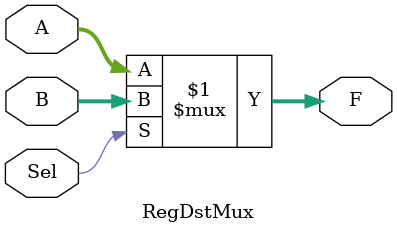
<source format=v>
`timescale 1ns / 1ps
module RegDstMux(A, B, Sel, F);
	input [4:0] A, B;
	input  Sel;
	
	output [4:0] F;
	
	assign F = (Sel)?B:A;

endmodule

</source>
